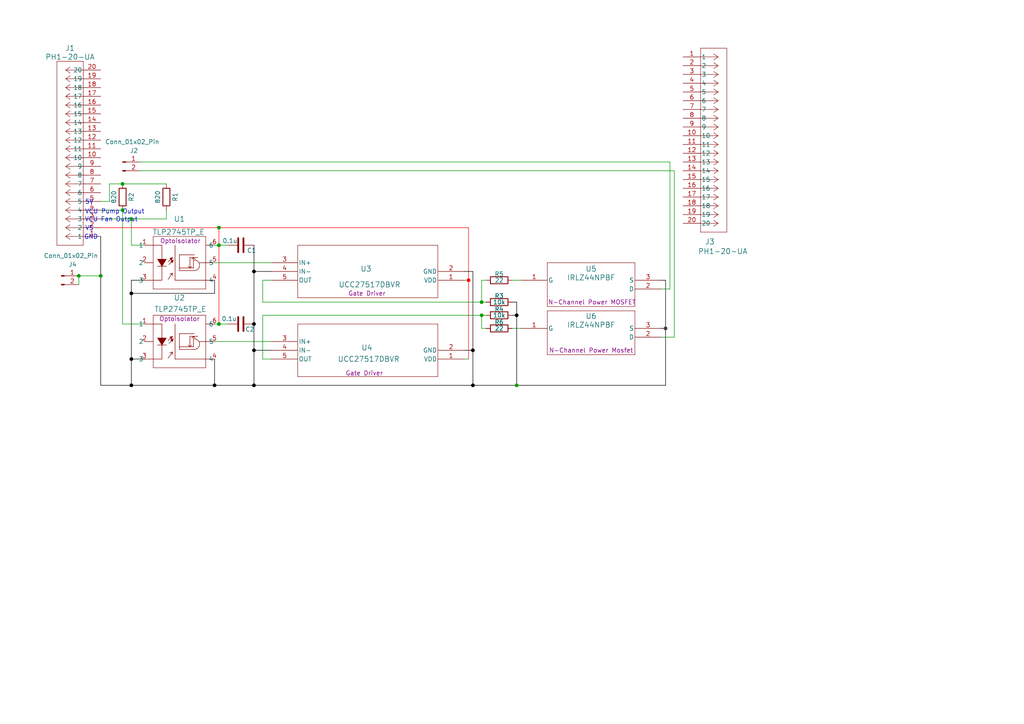
<source format=kicad_sch>
(kicad_sch (version 20231120) (generator "eeschema") (generator_version "8.0")
  (paper "A4")
  (lib_symbols
    (symbol "20 pins:PH1-20-UA" (pin_names (offset 0.254))
      (property "Reference" "J" (at 8.89 6.35 0))
      (property "Value" "PH1-20-UA" (at 0 0 0))
      (symbol "PH1-20-UA_1_1"
        (polyline (pts (xy 5.08 -50.8) (xy 12.7 -50.8)) (stroke (width 0.127)))
        (polyline (pts (xy 5.08 2.54) (xy 5.08 -50.8)) (stroke (width 0.127)))
        (polyline (pts (xy 10.16 -48.26) (xy 5.08 -48.26)) (stroke (width 0.127)))
        (polyline (pts (xy 10.16 -48.26) (xy 8.89 -49.1067)) (stroke (width 0.127)))
        (polyline (pts (xy 10.16 -48.26) (xy 8.89 -47.4133)) (stroke (width 0.127)))
        (polyline (pts (xy 10.16 -45.72) (xy 5.08 -45.72)) (stroke (width 0.127)))
        (polyline (pts (xy 10.16 -45.72) (xy 8.89 -46.5667)) (stroke (width 0.127)))
        (polyline (pts (xy 10.16 -45.72) (xy 8.89 -44.8733)) (stroke (width 0.127)))
        (polyline (pts (xy 10.16 -43.18) (xy 5.08 -43.18)) (stroke (width 0.127)))
        (polyline (pts (xy 10.16 -43.18) (xy 8.89 -44.0267)) (stroke (width 0.127)))
        (polyline (pts (xy 10.16 -43.18) (xy 8.89 -42.3333)) (stroke (width 0.127)))
        (polyline (pts (xy 10.16 -40.64) (xy 5.08 -40.64)) (stroke (width 0.127)))
        (polyline (pts (xy 10.16 -40.64) (xy 8.89 -41.4867)) (stroke (width 0.127)))
        (polyline (pts (xy 10.16 -40.64) (xy 8.89 -39.7933)) (stroke (width 0.127)))
        (polyline (pts (xy 10.16 -38.1) (xy 5.08 -38.1)) (stroke (width 0.127)))
        (polyline (pts (xy 10.16 -38.1) (xy 8.89 -38.9467)) (stroke (width 0.127)))
        (polyline (pts (xy 10.16 -38.1) (xy 8.89 -37.2533)) (stroke (width 0.127)))
        (polyline (pts (xy 10.16 -35.56) (xy 5.08 -35.56)) (stroke (width 0.127)))
        (polyline (pts (xy 10.16 -35.56) (xy 8.89 -36.4067)) (stroke (width 0.127)))
        (polyline (pts (xy 10.16 -35.56) (xy 8.89 -34.7133)) (stroke (width 0.127)))
        (polyline (pts (xy 10.16 -33.02) (xy 5.08 -33.02)) (stroke (width 0.127)))
        (polyline (pts (xy 10.16 -33.02) (xy 8.89 -33.8667)) (stroke (width 0.127)))
        (polyline (pts (xy 10.16 -33.02) (xy 8.89 -32.1733)) (stroke (width 0.127)))
        (polyline (pts (xy 10.16 -30.48) (xy 5.08 -30.48)) (stroke (width 0.127)))
        (polyline (pts (xy 10.16 -30.48) (xy 8.89 -31.3267)) (stroke (width 0.127)))
        (polyline (pts (xy 10.16 -30.48) (xy 8.89 -29.6333)) (stroke (width 0.127)))
        (polyline (pts (xy 10.16 -27.94) (xy 5.08 -27.94)) (stroke (width 0.127)))
        (polyline (pts (xy 10.16 -27.94) (xy 8.89 -28.7867)) (stroke (width 0.127)))
        (polyline (pts (xy 10.16 -27.94) (xy 8.89 -27.0933)) (stroke (width 0.127)))
        (polyline (pts (xy 10.16 -25.4) (xy 5.08 -25.4)) (stroke (width 0.127)))
        (polyline (pts (xy 10.16 -25.4) (xy 8.89 -26.2467)) (stroke (width 0.127)))
        (polyline (pts (xy 10.16 -25.4) (xy 8.89 -24.5533)) (stroke (width 0.127)))
        (polyline (pts (xy 10.16 -22.86) (xy 5.08 -22.86)) (stroke (width 0.127)))
        (polyline (pts (xy 10.16 -22.86) (xy 8.89 -23.7067)) (stroke (width 0.127)))
        (polyline (pts (xy 10.16 -22.86) (xy 8.89 -22.0133)) (stroke (width 0.127)))
        (polyline (pts (xy 10.16 -20.32) (xy 5.08 -20.32)) (stroke (width 0.127)))
        (polyline (pts (xy 10.16 -20.32) (xy 8.89 -21.1667)) (stroke (width 0.127)))
        (polyline (pts (xy 10.16 -20.32) (xy 8.89 -19.4733)) (stroke (width 0.127)))
        (polyline (pts (xy 10.16 -17.78) (xy 5.08 -17.78)) (stroke (width 0.127)))
        (polyline (pts (xy 10.16 -17.78) (xy 8.89 -18.6267)) (stroke (width 0.127)))
        (polyline (pts (xy 10.16 -17.78) (xy 8.89 -16.9333)) (stroke (width 0.127)))
        (polyline (pts (xy 10.16 -15.24) (xy 5.08 -15.24)) (stroke (width 0.127)))
        (polyline (pts (xy 10.16 -15.24) (xy 8.89 -16.0867)) (stroke (width 0.127)))
        (polyline (pts (xy 10.16 -15.24) (xy 8.89 -14.3933)) (stroke (width 0.127)))
        (polyline (pts (xy 10.16 -12.7) (xy 5.08 -12.7)) (stroke (width 0.127)))
        (polyline (pts (xy 10.16 -12.7) (xy 8.89 -13.5467)) (stroke (width 0.127)))
        (polyline (pts (xy 10.16 -12.7) (xy 8.89 -11.8533)) (stroke (width 0.127)))
        (polyline (pts (xy 10.16 -10.16) (xy 5.08 -10.16)) (stroke (width 0.127)))
        (polyline (pts (xy 10.16 -10.16) (xy 8.89 -11.0067)) (stroke (width 0.127)))
        (polyline (pts (xy 10.16 -10.16) (xy 8.89 -9.3133)) (stroke (width 0.127)))
        (polyline (pts (xy 10.16 -7.62) (xy 5.08 -7.62)) (stroke (width 0.127)))
        (polyline (pts (xy 10.16 -7.62) (xy 8.89 -8.4667)) (stroke (width 0.127)))
        (polyline (pts (xy 10.16 -7.62) (xy 8.89 -6.7733)) (stroke (width 0.127)))
        (polyline (pts (xy 10.16 -5.08) (xy 5.08 -5.08)) (stroke (width 0.127)))
        (polyline (pts (xy 10.16 -5.08) (xy 8.89 -5.9267)) (stroke (width 0.127)))
        (polyline (pts (xy 10.16 -5.08) (xy 8.89 -4.2333)) (stroke (width 0.127)))
        (polyline (pts (xy 10.16 -2.54) (xy 5.08 -2.54)) (stroke (width 0.127)))
        (polyline (pts (xy 10.16 -2.54) (xy 8.89 -3.3867)) (stroke (width 0.127)))
        (polyline (pts (xy 10.16 -2.54) (xy 8.89 -1.6933)) (stroke (width 0.127)))
        (polyline (pts (xy 10.16 0) (xy 5.08 0)) (stroke (width 0.127)))
        (polyline (pts (xy 10.16 0) (xy 8.89 -0.8467)) (stroke (width 0.127)))
        (polyline (pts (xy 10.16 0) (xy 8.89 0.8467)) (stroke (width 0.127)))
        (polyline (pts (xy 12.7 -50.8) (xy 12.7 2.54)) (stroke (width 0.127)))
        (polyline (pts (xy 12.7 2.54) (xy 5.08 2.54)) (stroke (width 0.127)))
        (pin unspecified line (at 0 0 0) (length 5.08) (name "1") (number "1"))
        (pin unspecified line (at 0 -22.86 0) (length 5.08) (name "10") (number "10"))
        (pin unspecified line (at 0 -25.4 0) (length 5.08) (name "11") (number "11"))
        (pin unspecified line (at 0 -27.94 0) (length 5.08) (name "12") (number "12"))
        (pin unspecified line (at 0 -30.48 0) (length 5.08) (name "13") (number "13"))
        (pin unspecified line (at 0 -33.02 0) (length 5.08) (name "14") (number "14"))
        (pin unspecified line (at 0 -35.56 0) (length 5.08) (name "15") (number "15"))
        (pin unspecified line (at 0 -38.1 0) (length 5.08) (name "16") (number "16"))
        (pin unspecified line (at 0 -40.64 0) (length 5.08) (name "17") (number "17"))
        (pin unspecified line (at 0 -43.18 0) (length 5.08) (name "18") (number "18"))
        (pin unspecified line (at 0 -45.72 0) (length 5.08) (name "19") (number "19"))
        (pin unspecified line (at 0 -2.54 0) (length 5.08) (name "2") (number "2"))
        (pin unspecified line (at 0 -48.26 0) (length 5.08) (name "20") (number "20"))
        (pin unspecified line (at 0 -5.08 0) (length 5.08) (name "3") (number "3"))
        (pin unspecified line (at 0 -7.62 0) (length 5.08) (name "4") (number "4"))
        (pin unspecified line (at 0 -10.16 0) (length 5.08) (name "5") (number "5"))
        (pin unspecified line (at 0 -12.7 0) (length 5.08) (name "6") (number "6"))
        (pin unspecified line (at 0 -15.24 0) (length 5.08) (name "7") (number "7"))
        (pin unspecified line (at 0 -17.78 0) (length 5.08) (name "8") (number "8"))
        (pin unspecified line (at 0 -20.32 0) (length 5.08) (name "9") (number "9"))
      )
      (symbol "PH1-20-UA_1_2"
        (polyline (pts (xy 5.08 -50.8) (xy 12.7 -50.8)) (stroke (width 0.127)))
        (polyline (pts (xy 5.08 2.54) (xy 5.08 -50.8)) (stroke (width 0.127)))
        (polyline (pts (xy 7.62 -48.26) (xy 5.08 -48.26)) (stroke (width 0.127)))
        (polyline (pts (xy 7.62 -48.26) (xy 8.89 -49.1067)) (stroke (width 0.127)))
        (polyline (pts (xy 7.62 -48.26) (xy 8.89 -47.4133)) (stroke (width 0.127)))
        (polyline (pts (xy 7.62 -45.72) (xy 5.08 -45.72)) (stroke (width 0.127)))
        (polyline (pts (xy 7.62 -45.72) (xy 8.89 -46.5667)) (stroke (width 0.127)))
        (polyline (pts (xy 7.62 -45.72) (xy 8.89 -44.8733)) (stroke (width 0.127)))
        (polyline (pts (xy 7.62 -43.18) (xy 5.08 -43.18)) (stroke (width 0.127)))
        (polyline (pts (xy 7.62 -43.18) (xy 8.89 -44.0267)) (stroke (width 0.127)))
        (polyline (pts (xy 7.62 -43.18) (xy 8.89 -42.3333)) (stroke (width 0.127)))
        (polyline (pts (xy 7.62 -40.64) (xy 5.08 -40.64)) (stroke (width 0.127)))
        (polyline (pts (xy 7.62 -40.64) (xy 8.89 -41.4867)) (stroke (width 0.127)))
        (polyline (pts (xy 7.62 -40.64) (xy 8.89 -39.7933)) (stroke (width 0.127)))
        (polyline (pts (xy 7.62 -38.1) (xy 5.08 -38.1)) (stroke (width 0.127)))
        (polyline (pts (xy 7.62 -38.1) (xy 8.89 -38.9467)) (stroke (width 0.127)))
        (polyline (pts (xy 7.62 -38.1) (xy 8.89 -37.2533)) (stroke (width 0.127)))
        (polyline (pts (xy 7.62 -35.56) (xy 5.08 -35.56)) (stroke (width 0.127)))
        (polyline (pts (xy 7.62 -35.56) (xy 8.89 -36.4067)) (stroke (width 0.127)))
        (polyline (pts (xy 7.62 -35.56) (xy 8.89 -34.7133)) (stroke (width 0.127)))
        (polyline (pts (xy 7.62 -33.02) (xy 5.08 -33.02)) (stroke (width 0.127)))
        (polyline (pts (xy 7.62 -33.02) (xy 8.89 -33.8667)) (stroke (width 0.127)))
        (polyline (pts (xy 7.62 -33.02) (xy 8.89 -32.1733)) (stroke (width 0.127)))
        (polyline (pts (xy 7.62 -30.48) (xy 5.08 -30.48)) (stroke (width 0.127)))
        (polyline (pts (xy 7.62 -30.48) (xy 8.89 -31.3267)) (stroke (width 0.127)))
        (polyline (pts (xy 7.62 -30.48) (xy 8.89 -29.6333)) (stroke (width 0.127)))
        (polyline (pts (xy 7.62 -27.94) (xy 5.08 -27.94)) (stroke (width 0.127)))
        (polyline (pts (xy 7.62 -27.94) (xy 8.89 -28.7867)) (stroke (width 0.127)))
        (polyline (pts (xy 7.62 -27.94) (xy 8.89 -27.0933)) (stroke (width 0.127)))
        (polyline (pts (xy 7.62 -25.4) (xy 5.08 -25.4)) (stroke (width 0.127)))
        (polyline (pts (xy 7.62 -25.4) (xy 8.89 -26.2467)) (stroke (width 0.127)))
        (polyline (pts (xy 7.62 -25.4) (xy 8.89 -24.5533)) (stroke (width 0.127)))
        (polyline (pts (xy 7.62 -22.86) (xy 5.08 -22.86)) (stroke (width 0.127)))
        (polyline (pts (xy 7.62 -22.86) (xy 8.89 -23.7067)) (stroke (width 0.127)))
        (polyline (pts (xy 7.62 -22.86) (xy 8.89 -22.0133)) (stroke (width 0.127)))
        (polyline (pts (xy 7.62 -20.32) (xy 5.08 -20.32)) (stroke (width 0.127)))
        (polyline (pts (xy 7.62 -20.32) (xy 8.89 -21.1667)) (stroke (width 0.127)))
        (polyline (pts (xy 7.62 -20.32) (xy 8.89 -19.4733)) (stroke (width 0.127)))
        (polyline (pts (xy 7.62 -17.78) (xy 5.08 -17.78)) (stroke (width 0.127)))
        (polyline (pts (xy 7.62 -17.78) (xy 8.89 -18.6267)) (stroke (width 0.127)))
        (polyline (pts (xy 7.62 -17.78) (xy 8.89 -16.9333)) (stroke (width 0.127)))
        (polyline (pts (xy 7.62 -15.24) (xy 5.08 -15.24)) (stroke (width 0.127)))
        (polyline (pts (xy 7.62 -15.24) (xy 8.89 -16.0867)) (stroke (width 0.127)))
        (polyline (pts (xy 7.62 -15.24) (xy 8.89 -14.3933)) (stroke (width 0.127)))
        (polyline (pts (xy 7.62 -12.7) (xy 5.08 -12.7)) (stroke (width 0.127)))
        (polyline (pts (xy 7.62 -12.7) (xy 8.89 -13.5467)) (stroke (width 0.127)))
        (polyline (pts (xy 7.62 -12.7) (xy 8.89 -11.8533)) (stroke (width 0.127)))
        (polyline (pts (xy 7.62 -10.16) (xy 5.08 -10.16)) (stroke (width 0.127)))
        (polyline (pts (xy 7.62 -10.16) (xy 8.89 -11.0067)) (stroke (width 0.127)))
        (polyline (pts (xy 7.62 -10.16) (xy 8.89 -9.3133)) (stroke (width 0.127)))
        (polyline (pts (xy 7.62 -7.62) (xy 5.08 -7.62)) (stroke (width 0.127)))
        (polyline (pts (xy 7.62 -7.62) (xy 8.89 -8.4667)) (stroke (width 0.127)))
        (polyline (pts (xy 7.62 -7.62) (xy 8.89 -6.7733)) (stroke (width 0.127)))
        (polyline (pts (xy 7.62 -5.08) (xy 5.08 -5.08)) (stroke (width 0.127)))
        (polyline (pts (xy 7.62 -5.08) (xy 8.89 -5.9267)) (stroke (width 0.127)))
        (polyline (pts (xy 7.62 -5.08) (xy 8.89 -4.2333)) (stroke (width 0.127)))
        (polyline (pts (xy 7.62 -2.54) (xy 5.08 -2.54)) (stroke (width 0.127)))
        (polyline (pts (xy 7.62 -2.54) (xy 8.89 -3.3867)) (stroke (width 0.127)))
        (polyline (pts (xy 7.62 -2.54) (xy 8.89 -1.6933)) (stroke (width 0.127)))
        (polyline (pts (xy 7.62 0) (xy 5.08 0)) (stroke (width 0.127)))
        (polyline (pts (xy 7.62 0) (xy 8.89 -0.8467)) (stroke (width 0.127)))
        (polyline (pts (xy 7.62 0) (xy 8.89 0.8467)) (stroke (width 0.127)))
        (polyline (pts (xy 12.7 -50.8) (xy 12.7 2.54)) (stroke (width 0.127)))
        (polyline (pts (xy 12.7 2.54) (xy 5.08 2.54)) (stroke (width 0.127)))
        (pin unspecified line (at 0 0 0) (length 5.08) (name "1") (number "1"))
        (pin unspecified line (at 0 -22.86 0) (length 5.08) (name "10") (number "10"))
        (pin unspecified line (at 0 -25.4 0) (length 5.08) (name "11") (number "11"))
        (pin unspecified line (at 0 -27.94 0) (length 5.08) (name "12") (number "12"))
        (pin unspecified line (at 0 -30.48 0) (length 5.08) (name "13") (number "13"))
        (pin unspecified line (at 0 -33.02 0) (length 5.08) (name "14") (number "14"))
        (pin unspecified line (at 0 -35.56 0) (length 5.08) (name "15") (number "15"))
        (pin unspecified line (at 0 -38.1 0) (length 5.08) (name "16") (number "16"))
        (pin unspecified line (at 0 -40.64 0) (length 5.08) (name "17") (number "17"))
        (pin unspecified line (at 0 -43.18 0) (length 5.08) (name "18") (number "18"))
        (pin unspecified line (at 0 -45.72 0) (length 5.08) (name "19") (number "19"))
        (pin unspecified line (at 0 -2.54 0) (length 5.08) (name "2") (number "2"))
        (pin unspecified line (at 0 -48.26 0) (length 5.08) (name "20") (number "20"))
        (pin unspecified line (at 0 -5.08 0) (length 5.08) (name "3") (number "3"))
        (pin unspecified line (at 0 -7.62 0) (length 5.08) (name "4") (number "4"))
        (pin unspecified line (at 0 -10.16 0) (length 5.08) (name "5") (number "5"))
        (pin unspecified line (at 0 -12.7 0) (length 5.08) (name "6") (number "6"))
        (pin unspecified line (at 0 -15.24 0) (length 5.08) (name "7") (number "7"))
        (pin unspecified line (at 0 -17.78 0) (length 5.08) (name "8") (number "8"))
        (pin unspecified line (at 0 -20.32 0) (length 5.08) (name "9") (number "9"))
      )
    )
    (symbol "Connector:Conn_01x02_Pin" (pin_names (offset 1.016) hide)
      (property "Reference" "J" (at 0 2.54 0))
      (property "Value" "Conn_01x02_Pin" (at 0 -5.08 0))
      (symbol "Conn_01x02_Pin_1_1"
        (polyline (pts (xy 1.27 -2.54) (xy 0.8636 -2.54)) (stroke (width 0.1524)))
        (polyline (pts (xy 1.27 0) (xy 0.8636 0)) (stroke (width 0.1524)))
        (rectangle (start 0.8636 -2.413) (end 0 -2.667) (stroke (width 0.1524)) (fill (type outline)))
        (rectangle (start 0.8636 0.127) (end 0 -0.127) (stroke (width 0.1524)) (fill (type outline)))
        (pin passive line (at 5.08 0 180) (length 3.81) (name "Pin_1") (number "1"))
        (pin passive line (at 5.08 -2.54 180) (length 3.81) (name "Pin_2") (number "2"))
      )
    )
    (symbol "Device:C" (pin_numbers hide) (pin_names (offset 0.254))
      (property "Reference" "C" (at 0.635 2.54 0))
      (property "Value" "C" (at 0.635 -2.54 0))
      (symbol "C_0_1"
        (polyline (pts (xy -2.032 -0.762) (xy 2.032 -0.762)) (stroke (width 0.508)))
        (polyline (pts (xy -2.032 0.762) (xy 2.032 0.762)) (stroke (width 0.508)))
      )
      (symbol "C_1_1"
        (pin passive line (at 0 3.81 270) (length 2.794) (name "~") (number "1"))
        (pin passive line (at 0 -3.81 90) (length 2.794) (name "~") (number "2"))
      )
    )
    (symbol "Device:R" (pin_numbers hide) (pin_names (offset 0))
      (property "Reference" "R" (at 2.032 0 90))
      (property "Value" "R" (at 0 0 90))
      (symbol "R_0_1"
        (rectangle (start -1.016 -2.54) (end 1.016 2.54) (stroke (width 0.254)))
      )
      (symbol "R_1_1"
        (pin passive line (at 0 3.81 270) (length 1.27) (name "~") (number "1"))
        (pin passive line (at 0 -3.81 90) (length 1.27) (name "~") (number "2"))
      )
    )
    (symbol "Driver_FET:UCC27517DBVR" (pin_names (offset 0.254))
      (property "Reference" "U" (at 27.94 10.16 0))
      (property "Value" "UCC27517DBVR" (at 27.94 7.62 0))
      (symbol "UCC27517DBVR_0_1"
        (polyline (pts (xy 7.62 -10.16) (xy 48.26 -10.16)) (stroke (width 0.127)))
        (polyline (pts (xy 7.62 5.08) (xy 7.62 -10.16)) (stroke (width 0.127)))
        (polyline (pts (xy 48.26 -10.16) (xy 48.26 5.08)) (stroke (width 0.127)))
        (polyline (pts (xy 48.26 5.08) (xy 7.62 5.08)) (stroke (width 0.127)))
        (pin power_in line (at 0 0 0) (length 7.62) (name "VDD") (number "1"))
        (pin power_in line (at 0 -2.54 0) (length 7.62) (name "GND") (number "2"))
        (pin input line (at 55.88 -5.08 180) (length 7.62) (name "IN+") (number "3"))
        (pin input line (at 55.88 -2.54 180) (length 7.62) (name "IN-") (number "4"))
        (pin output line (at 55.88 0 180) (length 7.62) (name "OUT") (number "5"))
      )
    )
    (symbol "isometer:TLP2745TP_E" (pin_names (offset 0.254))
      (property "Reference" "U" (at 0 0 0))
      (property "Value" "TLP2745TP_E" (at 0 0 0))
      (symbol "TLP2745TP_E_0_1"
        (polyline (pts (xy -2.54 -12.7) (xy 0 -12.7)))
        (polyline (pts (xy -2.54 -7.62) (xy 0 -7.62)))
        (polyline (pts (xy -2.54 -2.54) (xy 0 -2.54)))
        (polyline (pts (xy 0 -15.24) (xy 0 0)) (stroke (width 0.127)))
        (polyline (pts (xy 0 -12.7) (xy 2.54 -12.7)))
        (polyline (pts (xy 0 -2.54) (xy 2.54 -2.54)))
        (polyline (pts (xy 0 0) (xy 15.24 0)) (stroke (width 0.127)))
        (polyline (pts (xy 1.27 -8.636) (xy 3.81 -8.636)))
        (polyline (pts (xy 2.54 -12.7) (xy 2.54 -8.636)))
        (polyline (pts (xy 2.54 -2.54) (xy 2.54 -6.604)))
        (polyline (pts (xy 4.318 -7.366) (xy 5.588 -6.096)))
        (polyline (pts (xy 4.572 -8.128) (xy 5.842 -6.858)))
        (polyline (pts (xy 4.826 -10.922) (xy 5.588 -10.668)))
        (polyline (pts (xy 5.588 -11.43) (xy 5.588 -10.668)))
        (polyline (pts (xy 5.588 -10.668) (xy 4.318 -12.446)))
        (polyline (pts (xy 6.35 -12.7) (xy 15.24 -12.7)))
        (polyline (pts (xy 6.35 -2.54) (xy 6.35 -12.7)))
        (polyline (pts (xy 7.62 -9.906) (xy 11.938 -9.906)))
        (polyline (pts (xy 7.62 -5.334) (xy 7.62 -9.906)))
        (polyline (pts (xy 7.62 -5.334) (xy 11.938 -5.334)))
        (polyline (pts (xy 10.668 -9.144) (xy 10.16 -8.636)))
        (polyline (pts (xy 10.668 -9.144) (xy 11.176 -8.636)))
        (polyline (pts (xy 10.668 -6.096) (xy 10.668 -9.144)))
        (polyline (pts (xy 10.668 -6.096) (xy 12.954 -6.096)))
        (polyline (pts (xy 11.684 -9.144) (xy 7.62 -9.144)))
        (polyline (pts (xy 11.684 -6.096) (xy 11.176 -6.604)))
        (polyline (pts (xy 11.684 -6.096) (xy 11.684 -9.144)))
        (polyline (pts (xy 11.684 -6.096) (xy 12.192 -6.604)))
        (polyline (pts (xy 13.462 -7.62) (xy 15.24 -7.62)))
        (polyline (pts (xy 15.24 -15.24) (xy 0 -15.24)) (stroke (width 0.127)))
        (polyline (pts (xy 15.24 0) (xy 15.24 -15.24)) (stroke (width 0.127)))
        (polyline (pts (xy 17.78 -12.7) (xy 15.24 -12.7)))
        (polyline (pts (xy 17.78 -7.62) (xy 15.24 -7.62)))
        (polyline (pts (xy 17.78 -2.54) (xy 15.24 -2.54)))
        (polyline (pts (xy 1.27 -6.604) (xy 1.27 -6.604) (xy 3.81 -6.604) (xy 2.54 -8.636) (xy 1.27 -6.604)) (fill (type outline)))
        (polyline (pts (xy 5.588 -6.096) (xy 5.588 -6.096) (xy 4.826 -6.35) (xy 5.334 -6.858) (xy 5.588 -6.096)) (fill (type outline)))
        (polyline (pts (xy 5.842 -6.858) (xy 5.842 -6.858) (xy 5.08 -7.112) (xy 5.588 -7.62) (xy 5.842 -6.858)) (fill (type outline)))
        (arc (start 11.938 -9.906) (mid 13.4553 -8.382) (end 11.938 -6.858))
        (pin unspecified line (at -2.5146 -2.54 180) (length 0.0254) (name "1") (number "1"))
        (pin unspecified line (at -2.5146 -7.62 180) (length 0.0254) (name "2") (number "2"))
        (pin unspecified line (at -2.5146 -12.7 180) (length 0.0254) (name "3") (number "3"))
        (pin unspecified line (at 17.8054 -12.7 180) (length 0.0254) (name "4") (number "4"))
        (pin unspecified line (at 17.8054 -7.62 180) (length 0.0254) (name "5") (number "5"))
        (pin unspecified line (at 17.8054 -2.54 180) (length 0.0254) (name "6") (number "6"))
      )
    )
    (symbol "n power mosfet:IRLZ44NPBF" (pin_names (offset 0.254))
      (property "Reference" "U" (at 20.32 10.16 0))
      (property "Value" "IRLZ44NPBF" (at 20.32 7.62 0))
      (symbol "IRLZ44NPBF_0_1"
        (polyline (pts (xy 7.62 -7.62) (xy 33.02 -7.62)) (stroke (width 0.127)))
        (polyline (pts (xy 7.62 5.08) (xy 7.62 -7.62)) (stroke (width 0.127)))
        (polyline (pts (xy 33.02 -7.62) (xy 33.02 5.08)) (stroke (width 0.127)))
        (polyline (pts (xy 33.02 5.08) (xy 7.62 5.08)) (stroke (width 0.127)))
        (pin unspecified line (at 0 0 0) (length 7.62) (name "G") (number "1"))
        (pin unspecified line (at 40.64 -2.54 180) (length 7.62) (name "D") (number "2"))
        (pin unspecified line (at 40.64 0 180) (length 7.62) (name "S") (number "3"))
      )
    )
  )
  (junction (at 35.56 53.34))
  (junction (at 149.86 91.44) (color 0 0 0 1))
  (junction (at 63.5 93.98))
  (junction (at 35.56 60.96))
  (junction (at 193.04 95.25) (color 55 55 55 1))
  (junction (at 137.16 101.6) (color 0 0 0 1))
  (junction (at 73.66 78.74) (color 0 0 0 1))
  (junction (at 139.7 87.63))
  (junction (at 38.1 85.09) (color 0 0 0 1))
  (junction (at 38.1 111.76) (color 0 0 0 1))
  (junction (at 135.89 81.28) (color 255 0 8 1))
  (junction (at 38.1 104.14) (color 0 0 0 1))
  (junction (at 149.86 111.76))
  (junction (at 139.7 91.44))
  (junction (at 38.1 63.5))
  (junction (at 73.66 101.6) (color 0 0 0 1))
  (junction (at 63.5 66.04))
  (junction (at 137.16 111.76) (color 0 0 0 1))
  (junction (at 73.66 93.98) (color 0 0 0 1))
  (junction (at 73.66 111.76) (color 0 0 0 1))
  (junction (at 29.21 80.01))
  (junction (at 22.86 80.01))
  (junction (at 62.23 111.76) (color 0 0 0 1))
  (junction (at 63.5 71.12))
  (wire (pts (xy 63.5 66.04) (xy 63.5 71.12)) (stroke (width 0) (color 255 0 8 1)))
  (wire (pts (xy 135.89 104.14) (xy 135.89 81.28)) (stroke (width 0) (color 255 0 8 1)))
  (wire (pts (xy 137.16 101.6) (xy 137.16 78.74)) (stroke (width 0) (color 0 0 0 1)))
  (wire (pts (xy 139.7 87.63) (xy 140.97 87.63)))
  (wire (pts (xy 38.1 85.09) (xy 38.1 104.14)) (stroke (width 0) (color 0 0 0 1)))
  (wire (pts (xy 73.66 78.74) (xy 78.74 78.74)) (stroke (width 0) (color 0 0 0 1)))
  (wire (pts (xy 62.23 81.28) (xy 62.23 85.09)) (stroke (width 0) (color 0 0 0 1)))
  (wire (pts (xy 148.59 95.25) (xy 151.13 95.25)))
  (wire (pts (xy 78.74 81.28) (xy 76.2 81.28)))
  (wire (pts (xy 78.74 104.14) (xy 76.2 104.14)))
  (wire (pts (xy 29.21 80.01) (xy 29.21 111.76)) (stroke (width 0) (color 0 0 0 1)))
  (wire (pts (xy 135.89 81.28) (xy 135.89 66.04)) (stroke (width 0) (color 255 0 8 1)))
  (wire (pts (xy 73.66 111.76) (xy 137.16 111.76)) (stroke (width 0) (color 0 0 0 1)))
  (wire (pts (xy 139.7 91.44) (xy 140.97 91.44)))
  (wire (pts (xy 73.66 93.98) (xy 73.66 101.6)) (stroke (width 0) (color 0 0 0 1)))
  (wire (pts (xy 62.23 111.76) (xy 73.66 111.76)) (stroke (width 0) (color 0 0 0 1)))
  (wire (pts (xy 38.1 104.14) (xy 38.1 111.76)) (stroke (width 0) (color 0 0 0 1)))
  (wire (pts (xy 135.89 66.04) (xy 63.5 66.04)) (stroke (width 0) (color 255 0 8 1)))
  (wire (pts (xy 29.21 68.58) (xy 29.21 80.01)) (stroke (width 0) (color 0 0 0 1)))
  (wire (pts (xy 63.5 93.98) (xy 66.04 93.98)))
  (wire (pts (xy 76.2 87.63) (xy 139.7 87.63)))
  (wire (pts (xy 137.16 101.6) (xy 134.62 101.6)) (stroke (width 0) (color 0 0 0 1)))
  (wire (pts (xy 63.5 66.04) (xy 29.21 66.04)) (stroke (width 0) (color 255 0 8 1)))
  (wire (pts (xy 148.59 91.44) (xy 149.86 91.44)) (stroke (width 0) (color 0 0 0 1)))
  (wire (pts (xy 48.26 63.5) (xy 48.26 60.96)))
  (wire (pts (xy 191.77 95.25) (xy 193.04 95.25)) (stroke (width 0) (color 0 0 0 1)))
  (wire (pts (xy 38.1 71.12) (xy 41.91 71.12)))
  (wire (pts (xy 135.89 81.28) (xy 134.62 81.28)))
  (wire (pts (xy 76.2 91.44) (xy 139.7 91.44)))
  (wire (pts (xy 62.23 85.09) (xy 38.1 85.09)) (stroke (width 0) (color 0 0 0 1)))
  (wire (pts (xy 195.58 97.79) (xy 195.58 49.53)))
  (wire (pts (xy 22.86 80.01) (xy 29.21 80.01)))
  (wire (pts (xy 35.56 60.96) (xy 35.56 93.98)))
  (wire (pts (xy 137.16 111.76) (xy 137.16 101.6)) (stroke (width 0) (color 0 0 0 1)))
  (wire (pts (xy 149.86 87.63) (xy 148.59 87.63)) (stroke (width 0) (color 0 0 0 1)))
  (wire (pts (xy 40.64 46.99) (xy 194.31 46.99)))
  (wire (pts (xy 38.1 81.28) (xy 38.1 85.09)) (stroke (width 0) (color 0 0 0 1)))
  (wire (pts (xy 137.16 78.74) (xy 134.62 78.74)) (stroke (width 0) (color 0 0 0 1)))
  (wire (pts (xy 62.23 76.2) (xy 78.74 76.2)))
  (wire (pts (xy 148.59 81.28) (xy 151.13 81.28)))
  (wire (pts (xy 139.7 95.25) (xy 140.97 95.25)))
  (wire (pts (xy 76.2 81.28) (xy 76.2 87.63)))
  (wire (pts (xy 38.1 63.5) (xy 38.1 71.12)))
  (wire (pts (xy 73.66 101.6) (xy 73.66 111.76)) (stroke (width 0) (color 0 0 0 1)))
  (wire (pts (xy 139.7 81.28) (xy 140.97 81.28)))
  (wire (pts (xy 41.91 93.98) (xy 35.56 93.98)))
  (wire (pts (xy 62.23 71.12) (xy 63.5 71.12)))
  (wire (pts (xy 134.62 104.14) (xy 135.89 104.14)))
  (wire (pts (xy 62.23 99.06) (xy 78.74 99.06)))
  (wire (pts (xy 193.04 81.28) (xy 191.77 81.28)) (stroke (width 0) (color 0 0 0 1)))
  (wire (pts (xy 38.1 63.5) (xy 48.26 63.5)))
  (wire (pts (xy 62.23 104.14) (xy 62.23 111.76)) (stroke (width 0) (color 0 0 0 1)))
  (wire (pts (xy 76.2 104.14) (xy 76.2 91.44)))
  (wire (pts (xy 149.86 111.76) (xy 193.04 111.76)) (stroke (width 0) (color 0 0 0 1)))
  (wire (pts (xy 38.1 111.76) (xy 29.21 111.76)) (stroke (width 0) (color 0 0 0 1)))
  (wire (pts (xy 41.91 81.28) (xy 38.1 81.28)) (stroke (width 0) (color 0 0 0 1)))
  (wire (pts (xy 149.86 91.44) (xy 149.86 111.76)) (stroke (width 0) (color 0 0 0 1)))
  (wire (pts (xy 35.56 53.34) (xy 48.26 53.34)))
  (wire (pts (xy 31.75 53.34) (xy 35.56 53.34)))
  (wire (pts (xy 29.21 58.42) (xy 31.75 58.42)))
  (wire (pts (xy 191.77 83.82) (xy 194.31 83.82)))
  (wire (pts (xy 73.66 101.6) (xy 78.74 101.6)) (stroke (width 0) (color 0 0 0 1)))
  (wire (pts (xy 149.86 87.63) (xy 149.86 91.44)) (stroke (width 0) (color 0 0 0 1)))
  (wire (pts (xy 63.5 71.12) (xy 66.04 71.12)))
  (wire (pts (xy 193.04 111.76) (xy 193.04 95.25)) (stroke (width 0) (color 0 0 0 1)))
  (wire (pts (xy 137.16 111.76) (xy 149.86 111.76)) (stroke (width 0) (color 0 0 0 1)))
  (wire (pts (xy 29.21 60.96) (xy 35.56 60.96)))
  (wire (pts (xy 195.58 49.53) (xy 40.64 49.53)))
  (wire (pts (xy 139.7 81.28) (xy 139.7 87.63)))
  (wire (pts (xy 38.1 104.14) (xy 41.91 104.14)) (stroke (width 0) (color 0 0 0 1)))
  (wire (pts (xy 63.5 71.12) (xy 63.5 93.98)) (stroke (width 0) (color 255 0 8 1)))
  (wire (pts (xy 62.23 111.76) (xy 38.1 111.76)) (stroke (width 0) (color 0 0 0 1)))
  (wire (pts (xy 139.7 91.44) (xy 139.7 95.25)))
  (wire (pts (xy 73.66 71.12) (xy 73.66 78.74)) (stroke (width 0) (color 0 0 0 1)))
  (wire (pts (xy 31.75 58.42) (xy 31.75 53.34)))
  (wire (pts (xy 62.23 93.98) (xy 63.5 93.98)))
  (wire (pts (xy 193.04 95.25) (xy 193.04 81.28)) (stroke (width 0) (color 0 0 0 1)))
  (wire (pts (xy 73.66 78.74) (xy 73.66 93.98)) (stroke (width 0) (color 0 0 0 1)))
  (wire (pts (xy 22.86 80.01) (xy 22.86 82.55)))
  (wire (pts (xy 194.31 46.99) (xy 194.31 83.82)))
  (wire (pts (xy 195.58 97.79) (xy 191.77 97.79)))
  (wire (pts (xy 29.21 63.5) (xy 38.1 63.5)))
  (text "GND" (at 26.416 68.834 0) (effects (font (size 1.27 1.27))))
  (text "VCU Fan Output\n" (at 32.258 63.754 0) (effects (font (size 1.27 1.27))))
  (text "VS" (at 25.908 66.294 0) (effects (font (size 1.27 1.27))))
  (text "5V" (at 25.908 58.674 0) (effects (font (size 1.27 1.27))))
  (text "VCU Pump Output\n" (at 33.274 61.468 0) (effects (font (size 1.27 1.27))))
  (symbol (lib_id "n power mosfet:IRLZ44NPBF") (at 151.13 95.25 0) (unit 1)
    (property "Reference" "U6" (at 171.45 91.694 0) (effects (font (size 1.524 1.524))))
    (property "Value" "IRLZ44NPBF" (at 171.45 94.234 0) (effects (font (size 1.524 1.524))))
    (property "Footprint" "Package_TO_SOT_THT:TO-220-3_Vertical" (effects (hide yes)))
    (property "Datasheet" "IRLZ44NPBF" (effects (hide yes)))
    (property "Description" "N-Channel Power Mosfet" (at 171.45 101.6 0))
  )
  (symbol (lib_id "20 pins:PH1-20-UA") (at 29.21 68.58 180) (unit 1)
    (property "Reference" "J1" (at 20.32 13.97 0) (effects (font (size 1.524 1.524))))
    (property "Value" "PH1-20-UA" (at 20.32 16.51 0) (effects (font (size 1.524 1.524))))
    (property "Footprint" "Connector_PinHeader_2.54mm:PinHeader_1x20_P2.54mm_Vertical" (effects (hide yes)))
    (property "Datasheet" "https://app.adam-tech.com/products/download/data_sheet/201605/ph1-xx-ua-data-sheet.pdf" (effects (hide yes)))
  )
  (symbol (lib_id "Driver_FET:UCC27517DBVR") (at 134.62 104.14 180) (unit 1)
    (property "Reference" "U4" (at 106.426 100.838 0) (effects (font (size 1.524 1.524))))
    (property "Value" "UCC27517DBVR" (at 106.934 104.14 0) (effects (font (size 1.524 1.524))))
    (property "Footprint" "Package_TO_SOT_SMD:SOT-23-5" (effects (hide yes)))
    (property "Datasheet" "https://www.ti.com/lit/ds/symlink/ucc27517.pdf?HQS=dis-dk-null-digikeymode-dsf-pf-null-wwe&ts=1744389861593" (effects (hide yes)))
    (property "Description" "Gate Driver" (at 105.664 108.204 0))
  )
  (symbol (lib_id "Device:R") (at 48.26 57.15 0) (unit 1)
    (property "Reference" "R1" (at 50.8 57.15 90))
    (property "Value" "820" (at 45.72 57.15 90))
    (property "Footprint" "Resistor_THT:R_Axial_DIN0207_L6.3mm_D2.5mm_P10.16mm_Horizontal" (effects (hide yes)))
  )
  (symbol (lib_id "isometer:TLP2745TP_E") (at 44.4246 68.58 0) (unit 1)
    (property "Reference" "U1" (at 52.0446 63.5 0) (effects (font (size 1.524 1.524))))
    (property "Value" "TLP2745TP_E" (at 51.816 67.31 0) (effects (font (size 1.524 1.524))))
    (property "Footprint" "SO6L_TOS" (effects (hide yes)))
    (property "Datasheet" "https://toshiba.semicon-storage.com/info/TLP2745_datasheet_en_20180507.pdf?did=29405&prodName=TLP2745" (effects (hide yes)))
    (property "Description" "Optoisolator" (at 52.324 69.85 0))
  )
  (symbol (lib_id "Device:C") (at 69.85 93.98 270) (unit 1)
    (property "Reference" "C2" (at 71.12 95.504 90) (effects (justify left)))
    (property "Value" "0.1u" (at 64.262 92.456 90) (effects (justify left)))
    (property "Footprint" "Capacitor_SMD:C_1206_3216Metric_Pad1.33x1.80mm_HandSolder" (effects (hide yes)))
  )
  (symbol (lib_id "Device:C") (at 69.85 71.12 270) (unit 1)
    (property "Reference" "C1" (at 71.628 72.644 90) (effects (justify left)))
    (property "Value" "0.1u" (at 64.516 69.85 90) (effects (justify left)))
    (property "Footprint" "Capacitor_SMD:C_1206_3216Metric_Pad1.33x1.80mm_HandSolder" (effects (hide yes)))
  )
  (symbol (lib_id "Connector:Conn_01x02_Pin") (at 17.78 80.01 0) (unit 1)
    (property "Reference" "J4" (at 21.082 76.708 0))
    (property "Value" "Conn_01x02_Pin" (at 20.574 74.168 0))
    (property "Footprint" "TerminalBlock_Phoenix:TerminalBlock_Phoenix_PT-1,5-2-5.0-H_1x02_P5.00mm_Horizontal" (effects (hide yes)))
  )
  (symbol (lib_id "Device:R") (at 35.56 57.15 0) (unit 1)
    (property "Reference" "R2" (at 38.1 57.15 90))
    (property "Value" "820" (at 33.02 57.15 90))
    (property "Footprint" "Resistor_THT:R_Axial_DIN0207_L6.3mm_D2.5mm_P10.16mm_Horizontal" (effects (hide yes)))
  )
  (symbol (lib_id "Connector:Conn_01x02_Pin") (at 35.56 46.99 0) (unit 1)
    (property "Reference" "J2" (at 38.862 43.688 0))
    (property "Value" "Conn_01x02_Pin" (at 38.354 41.148 0))
    (property "Footprint" "TerminalBlock_Phoenix:TerminalBlock_Phoenix_PT-1,5-2-5.0-H_1x02_P5.00mm_Horizontal" (effects (hide yes)))
  )
  (symbol (lib_id "20 pins:PH1-20-UA") (at 198.12 16.51 0) (unit 1)
    (property "Reference" "J3" (at 204.47 70.104 0) (effects (font (size 1.524 1.524)) (justify left)))
    (property "Value" "PH1-20-UA" (at 202.438 72.898 0) (effects (font (size 1.524 1.524)) (justify left)))
    (property "Footprint" "Connector_PinHeader_2.54mm:PinHeader_1x20_P2.54mm_Vertical" (effects (hide yes)))
    (property "Datasheet" "https://app.adam-tech.com/products/download/data_sheet/201605/ph1-xx-ua-data-sheet.pdf" (effects (hide yes)))
  )
  (symbol (lib_id "n power mosfet:IRLZ44NPBF") (at 151.13 81.28 0) (unit 1)
    (property "Reference" "U5" (at 171.45 77.978 0) (effects (font (size 1.524 1.524))))
    (property "Value" "IRLZ44NPBF" (at 171.45 80.518 0) (effects (font (size 1.524 1.524))))
    (property "Footprint" "Package_TO_SOT_THT:TO-220-3_Vertical" (effects (hide yes)))
    (property "Datasheet" "IRLZ44NPBF" (effects (hide yes)))
    (property "Description" "N-Channel Power MOSFET" (at 171.704 87.63 0))
  )
  (symbol (lib_id "Device:R") (at 144.78 95.25 90) (unit 1)
    (property "Reference" "R6" (at 144.78 93.472 90))
    (property "Value" "22" (at 144.78 95.25 90))
    (property "Footprint" "Resistor_THT:R_Axial_DIN0207_L6.3mm_D2.5mm_P10.16mm_Horizontal" (effects (hide yes)))
  )
  (symbol (lib_id "isometer:TLP2745TP_E") (at 44.4246 91.44 0) (unit 1)
    (property "Reference" "U2" (at 52.0446 86.36 0) (effects (font (size 1.524 1.524))))
    (property "Value" "TLP2745TP_E" (at 52.324 89.662 0) (effects (font (size 1.524 1.524))))
    (property "Footprint" "SO6L_TOS" (effects (hide yes)))
    (property "Datasheet" "https://toshiba.semicon-storage.com/info/TLP2745_datasheet_en_20180507.pdf?did=29405&prodName=TLP2745\\" (effects (hide yes)))
    (property "Description" "Optoisolator" (at 52.07 92.456 0))
  )
  (symbol (lib_id "Device:R") (at 144.78 91.44 90) (unit 1)
    (property "Reference" "R4" (at 144.78 89.662 90))
    (property "Value" "10k" (at 144.78 91.44 90))
    (property "Footprint" "Resistor_THT:R_Axial_DIN0207_L6.3mm_D2.5mm_P10.16mm_Horizontal" (effects (hide yes)))
  )
  (symbol (lib_id "Device:R") (at 144.78 87.63 90) (unit 1)
    (property "Reference" "R3" (at 144.78 85.852 90))
    (property "Value" "10k" (at 144.78 87.63 90))
    (property "Footprint" "Resistor_THT:R_Axial_DIN0207_L6.3mm_D2.5mm_P10.16mm_Horizontal" (effects (hide yes)))
  )
  (symbol (lib_id "Driver_FET:UCC27517DBVR") (at 134.62 81.28 180) (unit 1)
    (property "Reference" "U3" (at 106.172 77.978 0) (effects (font (size 1.524 1.524))))
    (property "Value" "UCC27517DBVR" (at 107.188 82.55 0) (effects (font (size 1.524 1.524))))
    (property "Footprint" "Package_TO_SOT_SMD:SOT-23-5" (effects (hide yes)))
    (property "Datasheet" "https://www.ti.com/lit/ds/symlink/ucc27517.pdf?HQS=dis-dk-null-digikeymode-dsf-pf-null-wwe&ts=1744389861593" (effects (hide yes)))
    (property "Description" "Gate Driver" (at 106.426 85.09 0))
  )
  (symbol (lib_id "Device:R") (at 144.78 81.28 90) (unit 1)
    (property "Reference" "R5" (at 144.78 79.502 90))
    (property "Value" "22" (at 144.78 81.28 90))
    (property "Footprint" "Resistor_THT:R_Axial_DIN0207_L6.3mm_D2.5mm_P10.16mm_Horizontal" (effects (hide yes)))
  )
)
</source>
